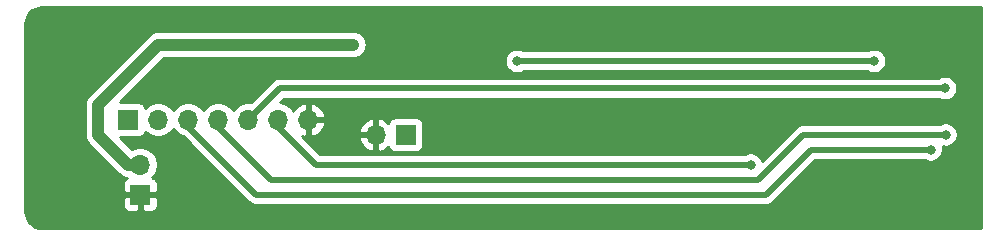
<source format=gbr>
%TF.GenerationSoftware,KiCad,Pcbnew,(5.1.10)-1*%
%TF.CreationDate,2021-06-13T23:34:16+02:00*%
%TF.ProjectId,mailbox_notifier_wifi,6d61696c-626f-4785-9f6e-6f7469666965,rev?*%
%TF.SameCoordinates,Original*%
%TF.FileFunction,Copper,L2,Bot*%
%TF.FilePolarity,Positive*%
%FSLAX46Y46*%
G04 Gerber Fmt 4.6, Leading zero omitted, Abs format (unit mm)*
G04 Created by KiCad (PCBNEW (5.1.10)-1) date 2021-06-13 23:34:16*
%MOMM*%
%LPD*%
G01*
G04 APERTURE LIST*
%TA.AperFunction,ComponentPad*%
%ADD10O,1.700000X1.700000*%
%TD*%
%TA.AperFunction,ComponentPad*%
%ADD11R,1.700000X1.700000*%
%TD*%
%TA.AperFunction,ViaPad*%
%ADD12C,0.800000*%
%TD*%
%TA.AperFunction,Conductor*%
%ADD13C,1.000000*%
%TD*%
%TA.AperFunction,Conductor*%
%ADD14C,0.500000*%
%TD*%
%TA.AperFunction,Conductor*%
%ADD15C,0.254000*%
%TD*%
%TA.AperFunction,Conductor*%
%ADD16C,0.100000*%
%TD*%
G04 APERTURE END LIST*
D10*
%TO.P,J1,7*%
%TO.N,GND*%
X125095000Y-90170000D03*
%TO.P,J1,6*%
%TO.N,GPIO0*%
X122555000Y-90170000D03*
%TO.P,J1,5*%
%TO.N,RESET*%
X120015000Y-90170000D03*
%TO.P,J1,4*%
%TO.N,UART_TXD*%
X117475000Y-90170000D03*
%TO.P,J1,3*%
%TO.N,UART_RXD*%
X114935000Y-90170000D03*
%TO.P,J1,2*%
%TO.N,+3V3*%
X112395000Y-90170000D03*
D11*
%TO.P,J1,1*%
%TO.N,POWER_IN*%
X109855000Y-90170000D03*
%TD*%
D10*
%TO.P,BT1,2*%
%TO.N,GND*%
X130810000Y-91440000D03*
D11*
%TO.P,BT1,1*%
%TO.N,Net-(BT1-Pad1)*%
X133350000Y-91440000D03*
%TD*%
D10*
%TO.P,SW1,2*%
%TO.N,Net-(C1-Pad1)*%
X110871000Y-93980000D03*
D11*
%TO.P,SW1,1*%
%TO.N,GND*%
X110871000Y-96520000D03*
%TD*%
D12*
%TO.N,GND*%
X153035000Y-83820000D03*
X170815000Y-89535000D03*
%TO.N,Net-(C1-Pad1)*%
X128905000Y-83820000D03*
X127635000Y-83820000D03*
%TO.N,UART_RXD*%
X177800000Y-92710000D03*
%TO.N,UART_TXD*%
X179070000Y-91440000D03*
%TO.N,POWER_HOLD*%
X173000000Y-85191000D03*
X142774000Y-85191000D03*
%TO.N,RESET*%
X179000000Y-87500000D03*
%TO.N,GPIO0*%
X162560000Y-93980000D03*
%TD*%
D13*
%TO.N,Net-(C1-Pad1)*%
X107315000Y-88900000D02*
X112395000Y-83820000D01*
X112395000Y-83820000D02*
X128905000Y-83820000D01*
X107315000Y-91440000D02*
X107315000Y-88900000D01*
X109855000Y-93980000D02*
X107315000Y-91440000D01*
X110871000Y-93980000D02*
X109855000Y-93980000D01*
D14*
%TO.N,UART_RXD*%
X114935000Y-90170000D02*
X114935000Y-90805000D01*
X163830000Y-96520000D02*
X167640000Y-92710000D01*
X114935000Y-90805000D02*
X120650000Y-96520000D01*
X120650000Y-96520000D02*
X163830000Y-96520000D01*
X167640000Y-92710000D02*
X177800000Y-92710000D01*
%TO.N,UART_TXD*%
X163195000Y-95250000D02*
X167005000Y-91440000D01*
X121920000Y-95250000D02*
X163195000Y-95250000D01*
X117475000Y-90805000D02*
X121920000Y-95250000D01*
X117475000Y-90170000D02*
X117475000Y-90805000D01*
X167005000Y-91440000D02*
X179070000Y-91440000D01*
%TO.N,POWER_HOLD*%
X173000000Y-85191000D02*
X142774000Y-85191000D01*
%TO.N,RESET*%
X122685000Y-87500000D02*
X179000000Y-87500000D01*
X120015000Y-90170000D02*
X122685000Y-87500000D01*
%TO.N,GPIO0*%
X125730000Y-93980000D02*
X162560000Y-93980000D01*
X122555000Y-90805000D02*
X125730000Y-93980000D01*
X122555000Y-90170000D02*
X122555000Y-90805000D01*
%TD*%
D15*
%TO.N,GND*%
X182073000Y-99340000D02*
X102532279Y-99340000D01*
X102240340Y-99311375D01*
X101990571Y-99235965D01*
X101760206Y-99113477D01*
X101558021Y-98948579D01*
X101391712Y-98747546D01*
X101267622Y-98518046D01*
X101190469Y-98268805D01*
X101160000Y-97978911D01*
X101160000Y-97370000D01*
X109382928Y-97370000D01*
X109395188Y-97494482D01*
X109431498Y-97614180D01*
X109490463Y-97724494D01*
X109569815Y-97821185D01*
X109666506Y-97900537D01*
X109776820Y-97959502D01*
X109896518Y-97995812D01*
X110021000Y-98008072D01*
X110585250Y-98005000D01*
X110744000Y-97846250D01*
X110744000Y-96647000D01*
X110998000Y-96647000D01*
X110998000Y-97846250D01*
X111156750Y-98005000D01*
X111721000Y-98008072D01*
X111845482Y-97995812D01*
X111965180Y-97959502D01*
X112075494Y-97900537D01*
X112172185Y-97821185D01*
X112251537Y-97724494D01*
X112310502Y-97614180D01*
X112346812Y-97494482D01*
X112359072Y-97370000D01*
X112356000Y-96805750D01*
X112197250Y-96647000D01*
X110998000Y-96647000D01*
X110744000Y-96647000D01*
X109544750Y-96647000D01*
X109386000Y-96805750D01*
X109382928Y-97370000D01*
X101160000Y-97370000D01*
X101160000Y-88900000D01*
X106174509Y-88900000D01*
X106180001Y-88955761D01*
X106180000Y-91384248D01*
X106174509Y-91440000D01*
X106180000Y-91495751D01*
X106196423Y-91662498D01*
X106261324Y-91876446D01*
X106366716Y-92073623D01*
X106508551Y-92246449D01*
X106551865Y-92281996D01*
X109013009Y-94743141D01*
X109048551Y-94786449D01*
X109221377Y-94928284D01*
X109418553Y-95033676D01*
X109632501Y-95098577D01*
X109725805Y-95107767D01*
X109666506Y-95139463D01*
X109569815Y-95218815D01*
X109490463Y-95315506D01*
X109431498Y-95425820D01*
X109395188Y-95545518D01*
X109382928Y-95670000D01*
X109386000Y-96234250D01*
X109544750Y-96393000D01*
X110744000Y-96393000D01*
X110744000Y-96373000D01*
X110998000Y-96373000D01*
X110998000Y-96393000D01*
X112197250Y-96393000D01*
X112356000Y-96234250D01*
X112359072Y-95670000D01*
X112346812Y-95545518D01*
X112310502Y-95425820D01*
X112251537Y-95315506D01*
X112172185Y-95218815D01*
X112075494Y-95139463D01*
X111965180Y-95080498D01*
X111892620Y-95058487D01*
X112024475Y-94926632D01*
X112186990Y-94683411D01*
X112298932Y-94413158D01*
X112356000Y-94126260D01*
X112356000Y-93833740D01*
X112298932Y-93546842D01*
X112186990Y-93276589D01*
X112024475Y-93033368D01*
X111817632Y-92826525D01*
X111574411Y-92664010D01*
X111304158Y-92552068D01*
X111017260Y-92495000D01*
X110724740Y-92495000D01*
X110437842Y-92552068D01*
X110167589Y-92664010D01*
X110153533Y-92673402D01*
X109138203Y-91658072D01*
X110705000Y-91658072D01*
X110829482Y-91645812D01*
X110949180Y-91609502D01*
X111059494Y-91550537D01*
X111156185Y-91471185D01*
X111235537Y-91374494D01*
X111294502Y-91264180D01*
X111316513Y-91191620D01*
X111448368Y-91323475D01*
X111691589Y-91485990D01*
X111961842Y-91597932D01*
X112248740Y-91655000D01*
X112541260Y-91655000D01*
X112828158Y-91597932D01*
X113098411Y-91485990D01*
X113341632Y-91323475D01*
X113548475Y-91116632D01*
X113665000Y-90942240D01*
X113781525Y-91116632D01*
X113988368Y-91323475D01*
X114231589Y-91485990D01*
X114458331Y-91579909D01*
X119993470Y-97115049D01*
X120021183Y-97148817D01*
X120054951Y-97176530D01*
X120054953Y-97176532D01*
X120155941Y-97259411D01*
X120309686Y-97341589D01*
X120403344Y-97370000D01*
X120476510Y-97392195D01*
X120606523Y-97405000D01*
X120606531Y-97405000D01*
X120650000Y-97409281D01*
X120693469Y-97405000D01*
X163786531Y-97405000D01*
X163830000Y-97409281D01*
X163873469Y-97405000D01*
X163873477Y-97405000D01*
X164003490Y-97392195D01*
X164170313Y-97341589D01*
X164324059Y-97259411D01*
X164458817Y-97148817D01*
X164486534Y-97115044D01*
X168006579Y-93595000D01*
X177261546Y-93595000D01*
X177309744Y-93627205D01*
X177498102Y-93705226D01*
X177698061Y-93745000D01*
X177901939Y-93745000D01*
X178101898Y-93705226D01*
X178290256Y-93627205D01*
X178459774Y-93513937D01*
X178603937Y-93369774D01*
X178717205Y-93200256D01*
X178795226Y-93011898D01*
X178835000Y-92811939D01*
X178835000Y-92608061D01*
X178801961Y-92441961D01*
X178968061Y-92475000D01*
X179171939Y-92475000D01*
X179371898Y-92435226D01*
X179560256Y-92357205D01*
X179729774Y-92243937D01*
X179873937Y-92099774D01*
X179987205Y-91930256D01*
X180065226Y-91741898D01*
X180105000Y-91541939D01*
X180105000Y-91338061D01*
X180065226Y-91138102D01*
X179987205Y-90949744D01*
X179873937Y-90780226D01*
X179729774Y-90636063D01*
X179560256Y-90522795D01*
X179371898Y-90444774D01*
X179171939Y-90405000D01*
X178968061Y-90405000D01*
X178768102Y-90444774D01*
X178579744Y-90522795D01*
X178531546Y-90555000D01*
X167048469Y-90555000D01*
X167005000Y-90550719D01*
X166961531Y-90555000D01*
X166961523Y-90555000D01*
X166831510Y-90567805D01*
X166664686Y-90618411D01*
X166510941Y-90700589D01*
X166409953Y-90783468D01*
X166409951Y-90783470D01*
X166376183Y-90811183D01*
X166348470Y-90844951D01*
X163543538Y-93649884D01*
X163477205Y-93489744D01*
X163363937Y-93320226D01*
X163219774Y-93176063D01*
X163050256Y-93062795D01*
X162861898Y-92984774D01*
X162661939Y-92945000D01*
X162458061Y-92945000D01*
X162258102Y-92984774D01*
X162069744Y-93062795D01*
X162021546Y-93095000D01*
X126096579Y-93095000D01*
X124798470Y-91796891D01*
X129368519Y-91796891D01*
X129465843Y-92071252D01*
X129614822Y-92321355D01*
X129809731Y-92537588D01*
X130043080Y-92711641D01*
X130305901Y-92836825D01*
X130453110Y-92881476D01*
X130683000Y-92760155D01*
X130683000Y-91567000D01*
X129489186Y-91567000D01*
X129368519Y-91796891D01*
X124798470Y-91796891D01*
X124547941Y-91546363D01*
X124590901Y-91566825D01*
X124738110Y-91611476D01*
X124968000Y-91490155D01*
X124968000Y-90297000D01*
X125222000Y-90297000D01*
X125222000Y-91490155D01*
X125451890Y-91611476D01*
X125599099Y-91566825D01*
X125861920Y-91441641D01*
X126095269Y-91267588D01*
X126261555Y-91083109D01*
X129368519Y-91083109D01*
X129489186Y-91313000D01*
X130683000Y-91313000D01*
X130683000Y-90119845D01*
X130937000Y-90119845D01*
X130937000Y-91313000D01*
X130957000Y-91313000D01*
X130957000Y-91567000D01*
X130937000Y-91567000D01*
X130937000Y-92760155D01*
X131166890Y-92881476D01*
X131314099Y-92836825D01*
X131576920Y-92711641D01*
X131810269Y-92537588D01*
X131886034Y-92453534D01*
X131910498Y-92534180D01*
X131969463Y-92644494D01*
X132048815Y-92741185D01*
X132145506Y-92820537D01*
X132255820Y-92879502D01*
X132375518Y-92915812D01*
X132500000Y-92928072D01*
X134200000Y-92928072D01*
X134324482Y-92915812D01*
X134444180Y-92879502D01*
X134554494Y-92820537D01*
X134651185Y-92741185D01*
X134730537Y-92644494D01*
X134789502Y-92534180D01*
X134825812Y-92414482D01*
X134838072Y-92290000D01*
X134838072Y-90590000D01*
X134825812Y-90465518D01*
X134789502Y-90345820D01*
X134730537Y-90235506D01*
X134651185Y-90138815D01*
X134554494Y-90059463D01*
X134444180Y-90000498D01*
X134324482Y-89964188D01*
X134200000Y-89951928D01*
X132500000Y-89951928D01*
X132375518Y-89964188D01*
X132255820Y-90000498D01*
X132145506Y-90059463D01*
X132048815Y-90138815D01*
X131969463Y-90235506D01*
X131910498Y-90345820D01*
X131886034Y-90426466D01*
X131810269Y-90342412D01*
X131576920Y-90168359D01*
X131314099Y-90043175D01*
X131166890Y-89998524D01*
X130937000Y-90119845D01*
X130683000Y-90119845D01*
X130453110Y-89998524D01*
X130305901Y-90043175D01*
X130043080Y-90168359D01*
X129809731Y-90342412D01*
X129614822Y-90558645D01*
X129465843Y-90808748D01*
X129368519Y-91083109D01*
X126261555Y-91083109D01*
X126290178Y-91051355D01*
X126439157Y-90801252D01*
X126536481Y-90526891D01*
X126415814Y-90297000D01*
X125222000Y-90297000D01*
X124968000Y-90297000D01*
X124948000Y-90297000D01*
X124948000Y-90043000D01*
X124968000Y-90043000D01*
X124968000Y-88849845D01*
X125222000Y-88849845D01*
X125222000Y-90043000D01*
X126415814Y-90043000D01*
X126536481Y-89813109D01*
X126439157Y-89538748D01*
X126290178Y-89288645D01*
X126095269Y-89072412D01*
X125861920Y-88898359D01*
X125599099Y-88773175D01*
X125451890Y-88728524D01*
X125222000Y-88849845D01*
X124968000Y-88849845D01*
X124738110Y-88728524D01*
X124590901Y-88773175D01*
X124328080Y-88898359D01*
X124094731Y-89072412D01*
X123899822Y-89288645D01*
X123830195Y-89405534D01*
X123708475Y-89223368D01*
X123501632Y-89016525D01*
X123258411Y-88854010D01*
X122988158Y-88742068D01*
X122743230Y-88693348D01*
X123051579Y-88385000D01*
X178461546Y-88385000D01*
X178509744Y-88417205D01*
X178698102Y-88495226D01*
X178898061Y-88535000D01*
X179101939Y-88535000D01*
X179301898Y-88495226D01*
X179490256Y-88417205D01*
X179659774Y-88303937D01*
X179803937Y-88159774D01*
X179917205Y-87990256D01*
X179995226Y-87801898D01*
X180035000Y-87601939D01*
X180035000Y-87398061D01*
X179995226Y-87198102D01*
X179917205Y-87009744D01*
X179803937Y-86840226D01*
X179659774Y-86696063D01*
X179490256Y-86582795D01*
X179301898Y-86504774D01*
X179101939Y-86465000D01*
X178898061Y-86465000D01*
X178698102Y-86504774D01*
X178509744Y-86582795D01*
X178461546Y-86615000D01*
X122728465Y-86615000D01*
X122684999Y-86610719D01*
X122641533Y-86615000D01*
X122641523Y-86615000D01*
X122511510Y-86627805D01*
X122344687Y-86678411D01*
X122190941Y-86760589D01*
X122190939Y-86760590D01*
X122190940Y-86760590D01*
X122089953Y-86843468D01*
X122089951Y-86843470D01*
X122056183Y-86871183D01*
X122028470Y-86904951D01*
X120233961Y-88699461D01*
X120161260Y-88685000D01*
X119868740Y-88685000D01*
X119581842Y-88742068D01*
X119311589Y-88854010D01*
X119068368Y-89016525D01*
X118861525Y-89223368D01*
X118745000Y-89397760D01*
X118628475Y-89223368D01*
X118421632Y-89016525D01*
X118178411Y-88854010D01*
X117908158Y-88742068D01*
X117621260Y-88685000D01*
X117328740Y-88685000D01*
X117041842Y-88742068D01*
X116771589Y-88854010D01*
X116528368Y-89016525D01*
X116321525Y-89223368D01*
X116205000Y-89397760D01*
X116088475Y-89223368D01*
X115881632Y-89016525D01*
X115638411Y-88854010D01*
X115368158Y-88742068D01*
X115081260Y-88685000D01*
X114788740Y-88685000D01*
X114501842Y-88742068D01*
X114231589Y-88854010D01*
X113988368Y-89016525D01*
X113781525Y-89223368D01*
X113665000Y-89397760D01*
X113548475Y-89223368D01*
X113341632Y-89016525D01*
X113098411Y-88854010D01*
X112828158Y-88742068D01*
X112541260Y-88685000D01*
X112248740Y-88685000D01*
X111961842Y-88742068D01*
X111691589Y-88854010D01*
X111448368Y-89016525D01*
X111316513Y-89148380D01*
X111294502Y-89075820D01*
X111235537Y-88965506D01*
X111156185Y-88868815D01*
X111059494Y-88789463D01*
X110949180Y-88730498D01*
X110829482Y-88694188D01*
X110705000Y-88681928D01*
X109138203Y-88681928D01*
X112731070Y-85089061D01*
X141739000Y-85089061D01*
X141739000Y-85292939D01*
X141778774Y-85492898D01*
X141856795Y-85681256D01*
X141970063Y-85850774D01*
X142114226Y-85994937D01*
X142283744Y-86108205D01*
X142472102Y-86186226D01*
X142672061Y-86226000D01*
X142875939Y-86226000D01*
X143075898Y-86186226D01*
X143264256Y-86108205D01*
X143312454Y-86076000D01*
X172461546Y-86076000D01*
X172509744Y-86108205D01*
X172698102Y-86186226D01*
X172898061Y-86226000D01*
X173101939Y-86226000D01*
X173301898Y-86186226D01*
X173490256Y-86108205D01*
X173659774Y-85994937D01*
X173803937Y-85850774D01*
X173917205Y-85681256D01*
X173995226Y-85492898D01*
X174035000Y-85292939D01*
X174035000Y-85089061D01*
X173995226Y-84889102D01*
X173917205Y-84700744D01*
X173803937Y-84531226D01*
X173659774Y-84387063D01*
X173490256Y-84273795D01*
X173301898Y-84195774D01*
X173101939Y-84156000D01*
X172898061Y-84156000D01*
X172698102Y-84195774D01*
X172509744Y-84273795D01*
X172461546Y-84306000D01*
X143312454Y-84306000D01*
X143264256Y-84273795D01*
X143075898Y-84195774D01*
X142875939Y-84156000D01*
X142672061Y-84156000D01*
X142472102Y-84195774D01*
X142283744Y-84273795D01*
X142114226Y-84387063D01*
X141970063Y-84531226D01*
X141856795Y-84700744D01*
X141778774Y-84889102D01*
X141739000Y-85089061D01*
X112731070Y-85089061D01*
X112865132Y-84955000D01*
X128960752Y-84955000D01*
X129127499Y-84938577D01*
X129341447Y-84873676D01*
X129538623Y-84768284D01*
X129711449Y-84626449D01*
X129853284Y-84453623D01*
X129958676Y-84256447D01*
X130023577Y-84042499D01*
X130045491Y-83820000D01*
X130023577Y-83597501D01*
X129958676Y-83383553D01*
X129853284Y-83186377D01*
X129711449Y-83013551D01*
X129538623Y-82871716D01*
X129341447Y-82766324D01*
X129127499Y-82701423D01*
X128960752Y-82685000D01*
X112450751Y-82685000D01*
X112395000Y-82679509D01*
X112339248Y-82685000D01*
X112172501Y-82701423D01*
X111958553Y-82766324D01*
X111761377Y-82871716D01*
X111588551Y-83013551D01*
X111553009Y-83056859D01*
X106551860Y-88058009D01*
X106508552Y-88093551D01*
X106366717Y-88266377D01*
X106346641Y-88303937D01*
X106261324Y-88463554D01*
X106196423Y-88677502D01*
X106174509Y-88900000D01*
X101160000Y-88900000D01*
X101160000Y-82032279D01*
X101188625Y-81740341D01*
X101264035Y-81490571D01*
X101386522Y-81260208D01*
X101551422Y-81058020D01*
X101752450Y-80891714D01*
X101981954Y-80767622D01*
X102231195Y-80690469D01*
X102521088Y-80660000D01*
X182073000Y-80660000D01*
X182073000Y-99340000D01*
%TA.AperFunction,Conductor*%
D16*
G36*
X182073000Y-99340000D02*
G01*
X102532279Y-99340000D01*
X102240340Y-99311375D01*
X101990571Y-99235965D01*
X101760206Y-99113477D01*
X101558021Y-98948579D01*
X101391712Y-98747546D01*
X101267622Y-98518046D01*
X101190469Y-98268805D01*
X101160000Y-97978911D01*
X101160000Y-97370000D01*
X109382928Y-97370000D01*
X109395188Y-97494482D01*
X109431498Y-97614180D01*
X109490463Y-97724494D01*
X109569815Y-97821185D01*
X109666506Y-97900537D01*
X109776820Y-97959502D01*
X109896518Y-97995812D01*
X110021000Y-98008072D01*
X110585250Y-98005000D01*
X110744000Y-97846250D01*
X110744000Y-96647000D01*
X110998000Y-96647000D01*
X110998000Y-97846250D01*
X111156750Y-98005000D01*
X111721000Y-98008072D01*
X111845482Y-97995812D01*
X111965180Y-97959502D01*
X112075494Y-97900537D01*
X112172185Y-97821185D01*
X112251537Y-97724494D01*
X112310502Y-97614180D01*
X112346812Y-97494482D01*
X112359072Y-97370000D01*
X112356000Y-96805750D01*
X112197250Y-96647000D01*
X110998000Y-96647000D01*
X110744000Y-96647000D01*
X109544750Y-96647000D01*
X109386000Y-96805750D01*
X109382928Y-97370000D01*
X101160000Y-97370000D01*
X101160000Y-88900000D01*
X106174509Y-88900000D01*
X106180001Y-88955761D01*
X106180000Y-91384248D01*
X106174509Y-91440000D01*
X106180000Y-91495751D01*
X106196423Y-91662498D01*
X106261324Y-91876446D01*
X106366716Y-92073623D01*
X106508551Y-92246449D01*
X106551865Y-92281996D01*
X109013009Y-94743141D01*
X109048551Y-94786449D01*
X109221377Y-94928284D01*
X109418553Y-95033676D01*
X109632501Y-95098577D01*
X109725805Y-95107767D01*
X109666506Y-95139463D01*
X109569815Y-95218815D01*
X109490463Y-95315506D01*
X109431498Y-95425820D01*
X109395188Y-95545518D01*
X109382928Y-95670000D01*
X109386000Y-96234250D01*
X109544750Y-96393000D01*
X110744000Y-96393000D01*
X110744000Y-96373000D01*
X110998000Y-96373000D01*
X110998000Y-96393000D01*
X112197250Y-96393000D01*
X112356000Y-96234250D01*
X112359072Y-95670000D01*
X112346812Y-95545518D01*
X112310502Y-95425820D01*
X112251537Y-95315506D01*
X112172185Y-95218815D01*
X112075494Y-95139463D01*
X111965180Y-95080498D01*
X111892620Y-95058487D01*
X112024475Y-94926632D01*
X112186990Y-94683411D01*
X112298932Y-94413158D01*
X112356000Y-94126260D01*
X112356000Y-93833740D01*
X112298932Y-93546842D01*
X112186990Y-93276589D01*
X112024475Y-93033368D01*
X111817632Y-92826525D01*
X111574411Y-92664010D01*
X111304158Y-92552068D01*
X111017260Y-92495000D01*
X110724740Y-92495000D01*
X110437842Y-92552068D01*
X110167589Y-92664010D01*
X110153533Y-92673402D01*
X109138203Y-91658072D01*
X110705000Y-91658072D01*
X110829482Y-91645812D01*
X110949180Y-91609502D01*
X111059494Y-91550537D01*
X111156185Y-91471185D01*
X111235537Y-91374494D01*
X111294502Y-91264180D01*
X111316513Y-91191620D01*
X111448368Y-91323475D01*
X111691589Y-91485990D01*
X111961842Y-91597932D01*
X112248740Y-91655000D01*
X112541260Y-91655000D01*
X112828158Y-91597932D01*
X113098411Y-91485990D01*
X113341632Y-91323475D01*
X113548475Y-91116632D01*
X113665000Y-90942240D01*
X113781525Y-91116632D01*
X113988368Y-91323475D01*
X114231589Y-91485990D01*
X114458331Y-91579909D01*
X119993470Y-97115049D01*
X120021183Y-97148817D01*
X120054951Y-97176530D01*
X120054953Y-97176532D01*
X120155941Y-97259411D01*
X120309686Y-97341589D01*
X120403344Y-97370000D01*
X120476510Y-97392195D01*
X120606523Y-97405000D01*
X120606531Y-97405000D01*
X120650000Y-97409281D01*
X120693469Y-97405000D01*
X163786531Y-97405000D01*
X163830000Y-97409281D01*
X163873469Y-97405000D01*
X163873477Y-97405000D01*
X164003490Y-97392195D01*
X164170313Y-97341589D01*
X164324059Y-97259411D01*
X164458817Y-97148817D01*
X164486534Y-97115044D01*
X168006579Y-93595000D01*
X177261546Y-93595000D01*
X177309744Y-93627205D01*
X177498102Y-93705226D01*
X177698061Y-93745000D01*
X177901939Y-93745000D01*
X178101898Y-93705226D01*
X178290256Y-93627205D01*
X178459774Y-93513937D01*
X178603937Y-93369774D01*
X178717205Y-93200256D01*
X178795226Y-93011898D01*
X178835000Y-92811939D01*
X178835000Y-92608061D01*
X178801961Y-92441961D01*
X178968061Y-92475000D01*
X179171939Y-92475000D01*
X179371898Y-92435226D01*
X179560256Y-92357205D01*
X179729774Y-92243937D01*
X179873937Y-92099774D01*
X179987205Y-91930256D01*
X180065226Y-91741898D01*
X180105000Y-91541939D01*
X180105000Y-91338061D01*
X180065226Y-91138102D01*
X179987205Y-90949744D01*
X179873937Y-90780226D01*
X179729774Y-90636063D01*
X179560256Y-90522795D01*
X179371898Y-90444774D01*
X179171939Y-90405000D01*
X178968061Y-90405000D01*
X178768102Y-90444774D01*
X178579744Y-90522795D01*
X178531546Y-90555000D01*
X167048469Y-90555000D01*
X167005000Y-90550719D01*
X166961531Y-90555000D01*
X166961523Y-90555000D01*
X166831510Y-90567805D01*
X166664686Y-90618411D01*
X166510941Y-90700589D01*
X166409953Y-90783468D01*
X166409951Y-90783470D01*
X166376183Y-90811183D01*
X166348470Y-90844951D01*
X163543538Y-93649884D01*
X163477205Y-93489744D01*
X163363937Y-93320226D01*
X163219774Y-93176063D01*
X163050256Y-93062795D01*
X162861898Y-92984774D01*
X162661939Y-92945000D01*
X162458061Y-92945000D01*
X162258102Y-92984774D01*
X162069744Y-93062795D01*
X162021546Y-93095000D01*
X126096579Y-93095000D01*
X124798470Y-91796891D01*
X129368519Y-91796891D01*
X129465843Y-92071252D01*
X129614822Y-92321355D01*
X129809731Y-92537588D01*
X130043080Y-92711641D01*
X130305901Y-92836825D01*
X130453110Y-92881476D01*
X130683000Y-92760155D01*
X130683000Y-91567000D01*
X129489186Y-91567000D01*
X129368519Y-91796891D01*
X124798470Y-91796891D01*
X124547941Y-91546363D01*
X124590901Y-91566825D01*
X124738110Y-91611476D01*
X124968000Y-91490155D01*
X124968000Y-90297000D01*
X125222000Y-90297000D01*
X125222000Y-91490155D01*
X125451890Y-91611476D01*
X125599099Y-91566825D01*
X125861920Y-91441641D01*
X126095269Y-91267588D01*
X126261555Y-91083109D01*
X129368519Y-91083109D01*
X129489186Y-91313000D01*
X130683000Y-91313000D01*
X130683000Y-90119845D01*
X130937000Y-90119845D01*
X130937000Y-91313000D01*
X130957000Y-91313000D01*
X130957000Y-91567000D01*
X130937000Y-91567000D01*
X130937000Y-92760155D01*
X131166890Y-92881476D01*
X131314099Y-92836825D01*
X131576920Y-92711641D01*
X131810269Y-92537588D01*
X131886034Y-92453534D01*
X131910498Y-92534180D01*
X131969463Y-92644494D01*
X132048815Y-92741185D01*
X132145506Y-92820537D01*
X132255820Y-92879502D01*
X132375518Y-92915812D01*
X132500000Y-92928072D01*
X134200000Y-92928072D01*
X134324482Y-92915812D01*
X134444180Y-92879502D01*
X134554494Y-92820537D01*
X134651185Y-92741185D01*
X134730537Y-92644494D01*
X134789502Y-92534180D01*
X134825812Y-92414482D01*
X134838072Y-92290000D01*
X134838072Y-90590000D01*
X134825812Y-90465518D01*
X134789502Y-90345820D01*
X134730537Y-90235506D01*
X134651185Y-90138815D01*
X134554494Y-90059463D01*
X134444180Y-90000498D01*
X134324482Y-89964188D01*
X134200000Y-89951928D01*
X132500000Y-89951928D01*
X132375518Y-89964188D01*
X132255820Y-90000498D01*
X132145506Y-90059463D01*
X132048815Y-90138815D01*
X131969463Y-90235506D01*
X131910498Y-90345820D01*
X131886034Y-90426466D01*
X131810269Y-90342412D01*
X131576920Y-90168359D01*
X131314099Y-90043175D01*
X131166890Y-89998524D01*
X130937000Y-90119845D01*
X130683000Y-90119845D01*
X130453110Y-89998524D01*
X130305901Y-90043175D01*
X130043080Y-90168359D01*
X129809731Y-90342412D01*
X129614822Y-90558645D01*
X129465843Y-90808748D01*
X129368519Y-91083109D01*
X126261555Y-91083109D01*
X126290178Y-91051355D01*
X126439157Y-90801252D01*
X126536481Y-90526891D01*
X126415814Y-90297000D01*
X125222000Y-90297000D01*
X124968000Y-90297000D01*
X124948000Y-90297000D01*
X124948000Y-90043000D01*
X124968000Y-90043000D01*
X124968000Y-88849845D01*
X125222000Y-88849845D01*
X125222000Y-90043000D01*
X126415814Y-90043000D01*
X126536481Y-89813109D01*
X126439157Y-89538748D01*
X126290178Y-89288645D01*
X126095269Y-89072412D01*
X125861920Y-88898359D01*
X125599099Y-88773175D01*
X125451890Y-88728524D01*
X125222000Y-88849845D01*
X124968000Y-88849845D01*
X124738110Y-88728524D01*
X124590901Y-88773175D01*
X124328080Y-88898359D01*
X124094731Y-89072412D01*
X123899822Y-89288645D01*
X123830195Y-89405534D01*
X123708475Y-89223368D01*
X123501632Y-89016525D01*
X123258411Y-88854010D01*
X122988158Y-88742068D01*
X122743230Y-88693348D01*
X123051579Y-88385000D01*
X178461546Y-88385000D01*
X178509744Y-88417205D01*
X178698102Y-88495226D01*
X178898061Y-88535000D01*
X179101939Y-88535000D01*
X179301898Y-88495226D01*
X179490256Y-88417205D01*
X179659774Y-88303937D01*
X179803937Y-88159774D01*
X179917205Y-87990256D01*
X179995226Y-87801898D01*
X180035000Y-87601939D01*
X180035000Y-87398061D01*
X179995226Y-87198102D01*
X179917205Y-87009744D01*
X179803937Y-86840226D01*
X179659774Y-86696063D01*
X179490256Y-86582795D01*
X179301898Y-86504774D01*
X179101939Y-86465000D01*
X178898061Y-86465000D01*
X178698102Y-86504774D01*
X178509744Y-86582795D01*
X178461546Y-86615000D01*
X122728465Y-86615000D01*
X122684999Y-86610719D01*
X122641533Y-86615000D01*
X122641523Y-86615000D01*
X122511510Y-86627805D01*
X122344687Y-86678411D01*
X122190941Y-86760589D01*
X122190939Y-86760590D01*
X122190940Y-86760590D01*
X122089953Y-86843468D01*
X122089951Y-86843470D01*
X122056183Y-86871183D01*
X122028470Y-86904951D01*
X120233961Y-88699461D01*
X120161260Y-88685000D01*
X119868740Y-88685000D01*
X119581842Y-88742068D01*
X119311589Y-88854010D01*
X119068368Y-89016525D01*
X118861525Y-89223368D01*
X118745000Y-89397760D01*
X118628475Y-89223368D01*
X118421632Y-89016525D01*
X118178411Y-88854010D01*
X117908158Y-88742068D01*
X117621260Y-88685000D01*
X117328740Y-88685000D01*
X117041842Y-88742068D01*
X116771589Y-88854010D01*
X116528368Y-89016525D01*
X116321525Y-89223368D01*
X116205000Y-89397760D01*
X116088475Y-89223368D01*
X115881632Y-89016525D01*
X115638411Y-88854010D01*
X115368158Y-88742068D01*
X115081260Y-88685000D01*
X114788740Y-88685000D01*
X114501842Y-88742068D01*
X114231589Y-88854010D01*
X113988368Y-89016525D01*
X113781525Y-89223368D01*
X113665000Y-89397760D01*
X113548475Y-89223368D01*
X113341632Y-89016525D01*
X113098411Y-88854010D01*
X112828158Y-88742068D01*
X112541260Y-88685000D01*
X112248740Y-88685000D01*
X111961842Y-88742068D01*
X111691589Y-88854010D01*
X111448368Y-89016525D01*
X111316513Y-89148380D01*
X111294502Y-89075820D01*
X111235537Y-88965506D01*
X111156185Y-88868815D01*
X111059494Y-88789463D01*
X110949180Y-88730498D01*
X110829482Y-88694188D01*
X110705000Y-88681928D01*
X109138203Y-88681928D01*
X112731070Y-85089061D01*
X141739000Y-85089061D01*
X141739000Y-85292939D01*
X141778774Y-85492898D01*
X141856795Y-85681256D01*
X141970063Y-85850774D01*
X142114226Y-85994937D01*
X142283744Y-86108205D01*
X142472102Y-86186226D01*
X142672061Y-86226000D01*
X142875939Y-86226000D01*
X143075898Y-86186226D01*
X143264256Y-86108205D01*
X143312454Y-86076000D01*
X172461546Y-86076000D01*
X172509744Y-86108205D01*
X172698102Y-86186226D01*
X172898061Y-86226000D01*
X173101939Y-86226000D01*
X173301898Y-86186226D01*
X173490256Y-86108205D01*
X173659774Y-85994937D01*
X173803937Y-85850774D01*
X173917205Y-85681256D01*
X173995226Y-85492898D01*
X174035000Y-85292939D01*
X174035000Y-85089061D01*
X173995226Y-84889102D01*
X173917205Y-84700744D01*
X173803937Y-84531226D01*
X173659774Y-84387063D01*
X173490256Y-84273795D01*
X173301898Y-84195774D01*
X173101939Y-84156000D01*
X172898061Y-84156000D01*
X172698102Y-84195774D01*
X172509744Y-84273795D01*
X172461546Y-84306000D01*
X143312454Y-84306000D01*
X143264256Y-84273795D01*
X143075898Y-84195774D01*
X142875939Y-84156000D01*
X142672061Y-84156000D01*
X142472102Y-84195774D01*
X142283744Y-84273795D01*
X142114226Y-84387063D01*
X141970063Y-84531226D01*
X141856795Y-84700744D01*
X141778774Y-84889102D01*
X141739000Y-85089061D01*
X112731070Y-85089061D01*
X112865132Y-84955000D01*
X128960752Y-84955000D01*
X129127499Y-84938577D01*
X129341447Y-84873676D01*
X129538623Y-84768284D01*
X129711449Y-84626449D01*
X129853284Y-84453623D01*
X129958676Y-84256447D01*
X130023577Y-84042499D01*
X130045491Y-83820000D01*
X130023577Y-83597501D01*
X129958676Y-83383553D01*
X129853284Y-83186377D01*
X129711449Y-83013551D01*
X129538623Y-82871716D01*
X129341447Y-82766324D01*
X129127499Y-82701423D01*
X128960752Y-82685000D01*
X112450751Y-82685000D01*
X112395000Y-82679509D01*
X112339248Y-82685000D01*
X112172501Y-82701423D01*
X111958553Y-82766324D01*
X111761377Y-82871716D01*
X111588551Y-83013551D01*
X111553009Y-83056859D01*
X106551860Y-88058009D01*
X106508552Y-88093551D01*
X106366717Y-88266377D01*
X106346641Y-88303937D01*
X106261324Y-88463554D01*
X106196423Y-88677502D01*
X106174509Y-88900000D01*
X101160000Y-88900000D01*
X101160000Y-82032279D01*
X101188625Y-81740341D01*
X101264035Y-81490571D01*
X101386522Y-81260208D01*
X101551422Y-81058020D01*
X101752450Y-80891714D01*
X101981954Y-80767622D01*
X102231195Y-80690469D01*
X102521088Y-80660000D01*
X182073000Y-80660000D01*
X182073000Y-99340000D01*
G37*
%TD.AperFunction*%
%TD*%
M02*

</source>
